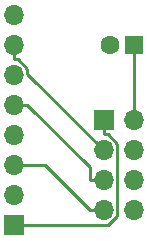
<source format=gtl>
G04 #@! TF.GenerationSoftware,KiCad,Pcbnew,5.0.2+dfsg1-1~bpo9+1*
G04 #@! TF.CreationDate,2019-06-18T09:33:43+01:00*
G04 #@! TF.ProjectId,nrf24l01,6e726632-346c-4303-912e-6b696361645f,rev?*
G04 #@! TF.SameCoordinates,Original*
G04 #@! TF.FileFunction,Copper,L1,Top*
G04 #@! TF.FilePolarity,Positive*
%FSLAX46Y46*%
G04 Gerber Fmt 4.6, Leading zero omitted, Abs format (unit mm)*
G04 Created by KiCad (PCBNEW 5.0.2+dfsg1-1~bpo9+1) date Tue 18 Jun 2019 09:33:43 IST*
%MOMM*%
%LPD*%
G01*
G04 APERTURE LIST*
G04 #@! TA.AperFunction,ComponentPad*
%ADD10R,1.600000X1.600000*%
G04 #@! TD*
G04 #@! TA.AperFunction,ComponentPad*
%ADD11C,1.600000*%
G04 #@! TD*
G04 #@! TA.AperFunction,ComponentPad*
%ADD12R,1.700000X1.700000*%
G04 #@! TD*
G04 #@! TA.AperFunction,ComponentPad*
%ADD13O,1.700000X1.700000*%
G04 #@! TD*
G04 #@! TA.AperFunction,Conductor*
%ADD14C,0.250000*%
G04 #@! TD*
G04 APERTURE END LIST*
D10*
G04 #@! TO.P,C1,1*
G04 #@! TO.N,VCC*
X138430000Y-60960000D03*
D11*
G04 #@! TO.P,C1,2*
G04 #@! TO.N,GND*
X136430000Y-60960000D03*
G04 #@! TD*
D12*
G04 #@! TO.P,J1,1*
G04 #@! TO.N,GND*
X128270000Y-76200000D03*
D13*
G04 #@! TO.P,J1,2*
G04 #@! TO.N,Net-(J1-Pad2)*
X128270000Y-73660000D03*
G04 #@! TO.P,J1,3*
G04 #@! TO.N,Net-(J1-Pad3)*
X128270000Y-71120000D03*
G04 #@! TO.P,J1,4*
G04 #@! TO.N,Net-(J1-Pad4)*
X128270000Y-68580000D03*
G04 #@! TO.P,J1,5*
G04 #@! TO.N,Net-(J1-Pad5)*
X128270000Y-66040000D03*
G04 #@! TO.P,J1,6*
G04 #@! TO.N,Net-(J1-Pad6)*
X128270000Y-63500000D03*
G04 #@! TO.P,J1,7*
G04 #@! TO.N,Net-(J1-Pad7)*
X128270000Y-60960000D03*
G04 #@! TO.P,J1,8*
G04 #@! TO.N,VCC*
X128270000Y-58420000D03*
G04 #@! TD*
D12*
G04 #@! TO.P,J2,1*
G04 #@! TO.N,GND*
X135890000Y-67310000D03*
D13*
G04 #@! TO.P,J2,2*
G04 #@! TO.N,VCC*
X138430000Y-67310000D03*
G04 #@! TO.P,J2,3*
G04 #@! TO.N,Net-(J1-Pad7)*
X135890000Y-69850000D03*
G04 #@! TO.P,J2,4*
G04 #@! TO.N,Net-(J1-Pad6)*
X138430000Y-69850000D03*
G04 #@! TO.P,J2,5*
G04 #@! TO.N,Net-(J1-Pad5)*
X135890000Y-72390000D03*
G04 #@! TO.P,J2,6*
G04 #@! TO.N,Net-(J1-Pad4)*
X138430000Y-72390000D03*
G04 #@! TO.P,J2,7*
G04 #@! TO.N,Net-(J1-Pad3)*
X135890000Y-74930000D03*
G04 #@! TO.P,J2,8*
G04 #@! TO.N,Net-(J1-Pad2)*
X138430000Y-74930000D03*
G04 #@! TD*
D14*
G04 #@! TO.N,Net-(J1-Pad7)*
X128270000Y-60960000D02*
X128270000Y-62135300D01*
X135890000Y-69850000D02*
X129445300Y-63405300D01*
X129445300Y-63405300D02*
X129445300Y-62943200D01*
X129445300Y-62943200D02*
X128637400Y-62135300D01*
X128637400Y-62135300D02*
X128270000Y-62135300D01*
G04 #@! TO.N,Net-(J1-Pad5)*
X135890000Y-72390000D02*
X134714700Y-72390000D01*
X128270000Y-66040000D02*
X129445300Y-66040000D01*
X134714700Y-72390000D02*
X134714700Y-71309400D01*
X134714700Y-71309400D02*
X129445300Y-66040000D01*
G04 #@! TO.N,Net-(J1-Pad3)*
X135890000Y-74930000D02*
X134714700Y-74930000D01*
X134714700Y-74930000D02*
X130904700Y-71120000D01*
X130904700Y-71120000D02*
X128270000Y-71120000D01*
G04 #@! TO.N,GND*
X135890000Y-67310000D02*
X135890000Y-68485300D01*
X135890000Y-68485300D02*
X136257300Y-68485300D01*
X136257300Y-68485300D02*
X137065400Y-69293400D01*
X137065400Y-69293400D02*
X137065400Y-75424400D01*
X137065400Y-75424400D02*
X136289800Y-76200000D01*
X136289800Y-76200000D02*
X128270000Y-76200000D01*
G04 #@! TO.N,VCC*
X138430000Y-67310000D02*
X138430000Y-60960000D01*
G04 #@! TD*
M02*

</source>
